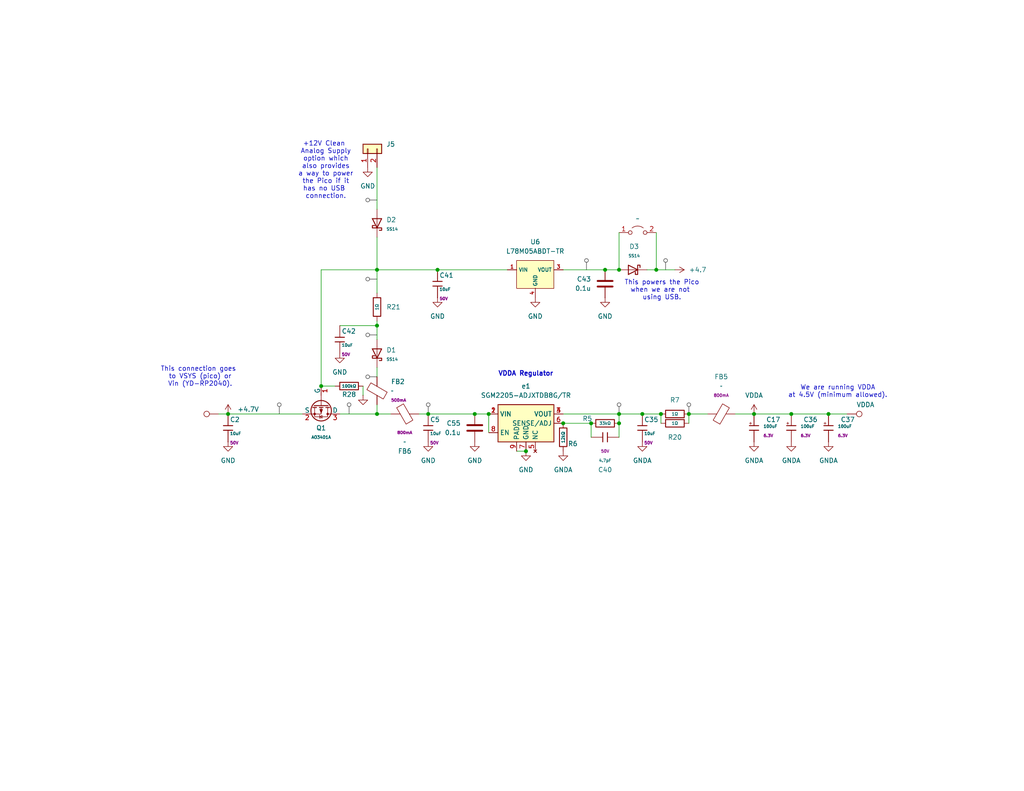
<source format=kicad_sch>
(kicad_sch (version 20250114) (generator "eeschema") (generator_version "9.0")
  (paper "A")
  (lib_symbols
    (symbol "ADP7142AUJZ_1"
      (property "Reference" "e1" (at 0 10.16 0))
      (property "Value" "SGM2205-ADJXTDB8G/TR" (at 0 7.62 0))
      (symbol "ADP7142AUJZ_1_1_1"
        (pin power_in line (at -10.16 2.54 0) (length 2.54) (name "VIN") (number "1"))
        (pin power_in line (at -10.16 2.54 0) (length 2.54) (name "VIN") (number "2"))
        (pin input line (at -10.16 -2.54 0) (length 2.54) (name "EN") (number "8"))
        (pin power_in line (at -2.54 -7.62 90) (length 2.54) (name "PAD") (number "9"))
        (pin passive line (at 0 -7.62 90) (length 2.54) (name "GND") (number "7"))
        (pin no_connect line (at 2.54 -7.62 90) (length 2.54) (name "NC") (number "5"))
        (pin power_out line (at 10.16 2.54 180) (length 2.54) (name "VOUT") (number "3"))
        (pin power_out line (at 10.16 2.54 180) (length 2.54) (name "VOUT") (number "4"))
        (pin input line (at 10.16 0 180) (length 2.54) (name "SENSE/ADJ") (number "6"))
      )
    )
    (symbol "Connector:TestPoint" (pin_numbers (hide yes)) (pin_names (offset 0.762) (hide yes))
      (property "Reference" "TP" (at 0 6.858 0))
      (property "Value" "TestPoint" (at 0 5.08 0))
      (symbol "TestPoint_1_1"
        (pin passive line (at 0 0 90) (length 2.54) (name "1") (number "1"))
      )
    )
    (symbol "Connector_Generic:Conn_01x02" (pin_names (offset 1.016) (hide yes))
      (property "Reference" "J" (at 0 2.54 0))
      (property "Value" "Conn_01x02" (at 0 -5.08 0))
      (symbol "Conn_01x02_1_1"
        (pin passive line (at -5.08 0 0) (length 3.81) (name "Pin_1") (number "1"))
        (pin passive line (at -5.08 -2.54 0) (length 3.81) (name "Pin_2") (number "2"))
      )
    )
    (symbol "Device:C" (pin_numbers (hide yes)) (pin_names (offset 0.254))
      (property "Reference" "C" (at 0.635 2.54 0))
      (property "Value" "C" (at 0.635 -2.54 0))
      (symbol "C_1_1"
        (pin passive line (at 0 3.81 270) (length 2.794) (name "~") (number "1"))
        (pin passive line (at 0 -3.81 90) (length 2.794) (name "~") (number "2"))
      )
    )
    (symbol "GND_1" (power) (pin_numbers (hide yes)) (pin_names (offset 0) (hide yes))
      (property "Value" "GND" (at 0 -3.81 0))
      (symbol "GND_1_1_1"
        (pin power_in line (at 0 0 270) (length 0) (name "~") (number "1"))
      )
    )
    (symbol "Jumper:Jumper_2_Open" (pin_names (offset 0) (hide yes))
      (property "Reference" "JP" (at 0 2.794 0))
      (property "Value" "Jumper_2_Open" (at 0 -2.286 0))
      (symbol "Jumper_2_Open_1_1"
        (pin passive line (at -5.08 0 0) (length 2.54) (name "A") (number "1"))
        (pin passive line (at 5.08 0 180) (length 2.54) (name "B") (number "2"))
      )
    )
    (symbol "LDO, 5V, 0.5A_1"
      (property "Reference" "U1" (at 0 10.16 0))
      (property "Value" "L78M05ABDT-TR" (at 0 7.62 0))
      (symbol "LDO, 5V, 0.5A_1_1_1"
        (pin power_in line (at -7.62 2.54 0) (length 2.56) (name "VIN") (number "1"))
        (pin power_in line (at 0 -5.08 90) (length 2.56) (name "GND") (number "4"))
        (pin power_out line (at 7.62 2.54 180) (length 2.56) (name "VOUT") (number "3"))
      )
    )
    (symbol "PCM_JLCPCB-Capacitors:0603,4.7pF" (pin_numbers (hide yes)) (pin_names (offset 0))
      (property "Reference" "C" (at 2.032 1.668 0))
      (property "Value" "4.7pF" (at 2.032 -0.3782 0))
      (property "Voltage Rated" "50V" (at 2.032 -2.0462 0))
      (symbol "0603,4.7pF_1_1"
        (pin passive line (at 0 3.81 270) (length 3.175) (name "~") (number "1"))
        (pin passive line (at 0 -3.81 90) (length 3.175) (name "~") (number "2"))
      )
    )
    (symbol "PCM_JLCPCB-Capacitors:1206,10uF" (pin_numbers (hide yes)) (pin_names (offset 0))
      (property "Reference" "C" (at 2.032 1.668 0))
      (property "Value" "10uF" (at 2.032 -0.3782 0))
      (property "Voltage Rated" "50V" (at 2.032 -2.0462 0))
      (symbol "1206,10uF_1_1"
        (pin passive line (at 0 3.81 270) (length 3.175) (name "~") (number "1"))
        (pin passive line (at 0 -3.81 90) (length 3.175) (name "~") (number "2"))
      )
    )
    (symbol "PCM_JLCPCB-Capacitors:CASE-B-3528-21(mm),100uF" (pin_numbers (hide yes)) (pin_names (offset 0))
      (property "Reference" "C" (at 2.032 1.668 0))
      (property "Value" "100uF" (at 2.032 -0.3782 0))
      (property "Rated Voltage" "6.3V" (at 2.032 -2.0462 0))
      (symbol "CASE-B-3528-21(mm),100uF_1_1"
        (pin passive line (at 0 3.81 270) (length 3.175) (name "~") (number "1"))
        (pin passive line (at 0 -3.81 90) (length 3.175) (name "~") (number "2"))
      )
    )
    (symbol "PCM_JLCPCB-Diodes:Schottky,SS14" (pin_numbers (hide yes)) (pin_names (offset 0))
      (property "Reference" "D" (at 2.032 0.834 0))
      (property "Value" "SS14" (at 2.032 -1.2122 0))
      (symbol "Schottky,SS14_1_1"
        (pin passive line (at 0 3.81 270) (length 3.81) (name "~") (number "2"))
        (pin passive line (at 0 -3.81 90) (length 3.81) (name "~") (number "1"))
      )
    )
    (symbol "PCM_JLCPCB-Inductors:Ferrite,0805" (pin_numbers (hide yes)) (pin_names (offset 0))
      (property "Reference" "FB" (at 3.4036 1.2508 0))
      (property "Current Rating" "800mA" (at 3.4036 -1.5274 0))
      (symbol "Ferrite,0805_1_1"
        (pin passive line (at 0 3.81 270) (length 2.54) (name "~") (number "1"))
        (pin passive line (at 0 -3.81 90) (length 2.54) (name "~") (number "2"))
      )
    )
    (symbol "PCM_JLCPCB-Inductors:Ferrite,0805,(2)" (pin_numbers (hide yes)) (pin_names (offset 0))
      (property "Reference" "FB" (at 3.4036 1.2508 0))
      (property "Current Rating" "500mA" (at 3.4036 -1.5274 0))
      (symbol "Ferrite,0805,(2)_1_1"
        (pin passive line (at 0 3.81 270) (length 2.54) (name "~") (number "1"))
        (pin passive line (at 0 -3.81 90) (length 2.54) (name "~") (number "2"))
      )
    )
    (symbol "PCM_JLCPCB-Resistors:0805,100kΩ" (pin_numbers (hide yes)) (pin_names (offset 0))
      (property "Reference" "R" (at 1.778 0 0))
      (property "Value" "100kΩ" (at 0 0 90))
      (symbol "0805,100kΩ_1_1"
        (pin passive line (at 0 3.81 270) (length 1.27) (name "~") (number "1"))
        (pin passive line (at 0 -3.81 90) (length 1.27) (name "~") (number "2"))
      )
    )
    (symbol "PCM_JLCPCB-Resistors:0805,12kΩ" (pin_numbers (hide yes)) (pin_names (offset 0))
      (property "Reference" "R" (at 1.778 0 0))
      (property "Value" "12kΩ" (at 0 0 90))
      (symbol "0805,12kΩ_1_1"
        (pin passive line (at 0 3.81 270) (length 1.27) (name "~") (number "1"))
        (pin passive line (at 0 -3.81 90) (length 1.27) (name "~") (number "2"))
      )
    )
    (symbol "PCM_JLCPCB-Resistors:0805,1Ω" (pin_numbers (hide yes)) (pin_names (offset 0))
      (property "Reference" "R" (at 1.778 0 0))
      (property "Value" "1Ω" (at 0 0 90))
      (symbol "0805,1Ω_1_1"
        (pin passive line (at 0 3.81 270) (length 1.27) (name "~") (number "1"))
        (pin passive line (at 0 -3.81 90) (length 1.27) (name "~") (number "2"))
      )
    )
    (symbol "PCM_JLCPCB-Resistors:0805,33kΩ" (pin_numbers (hide yes)) (pin_names (offset 0))
      (property "Reference" "R" (at 1.778 0 0))
      (property "Value" "33kΩ" (at 0 0 90))
      (symbol "0805,33kΩ_1_1"
        (pin passive line (at 0 3.81 270) (length 1.27) (name "~") (number "1"))
        (pin passive line (at 0 -3.81 90) (length 1.27) (name "~") (number "2"))
      )
    )
    (symbol "PCM_JLCPCB-Transistors:PMOS,AO3401A" (pin_names (offset 0))
      (property "Reference" "Q" (at 4.8514 0.834 0))
      (property "Value" "AO3401A" (at 4.8514 -1.2122 0))
      (symbol "PMOS,AO3401A_1_1"
        (pin input line (at -5.08 0 0) (length 2.54) (name "G") (number "1"))
        (pin passive line (at 2.54 5.08 270) (length 2.54) (name "D") (number "3"))
        (pin passive line (at 2.54 -5.08 90) (length 2.54) (name "S") (number "2"))
      )
    )
    (symbol "power:+5V" (power) (pin_names (offset 0))
      (property "Value" "+5V" (at 0 3.556 0))
      (symbol "+5V_1_1"
        (pin power_in line (at 0 0 90) (length 0) (hide yes) (name "+5V") (number "1"))
      )
    )
    (symbol "power:GNDA" (power) (pin_names (offset 0))
      (property "Value" "GNDA" (at 0 -3.81 0))
      (symbol "GNDA_1_1"
        (pin power_in line (at 0 0 270) (length 0) (hide yes) (name "GNDA") (number "1"))
      )
    )
    (symbol "power:VDDA" (power) (pin_names (offset 0))
      (property "Value" "VDDA" (at 0 3.81 0))
      (symbol "VDDA_1_1"
        (pin power_in line (at 0 0 90) (length 0) (hide yes) (name "VDDA") (number "1"))
      )
    )
  )
  (text "VDDA Regulator" (at 135.89 102.87 0) (effects (font (size 1.27 1.27) (bold yes)) (justify left bottom)))
  (text "We are running VDDA\nat 4.5V (minimum allowed)." (at 228.6 106.934 0) (effects (font (size 1.27 1.27))))
  (text "This powers the Pico\nwhen we are not \nusing USB." (at 180.594 79.248 0) (effects (font (size 1.27 1.27))))
  (text "+12V Clean \nAnalog Supply\noption which\nalso provides\na way to power\nthe Pico if it\nhas no USB \nconnection." (at 88.9 46.482 0) (effects (font (size 1.27 1.27))))
  (text "This connection goes \nto VSYS (pico) or\nVin (YD-RP2040)." (at 54.61 102.87 0) (effects (font (size 1.27 1.27))))
  (junction (at 168.91 73.66))
  (junction (at 116.84 113.03))
  (junction (at 102.87 113.03))
  (junction (at 175.26 113.03))
  (junction (at 119.38 73.66))
  (junction (at 87.63 105.41))
  (junction (at 168.91 113.03))
  (junction (at 180.34 113.03))
  (junction (at 133.35 113.03))
  (junction (at 102.87 88.9))
  (junction (at 165.1 73.66))
  (junction (at 143.51 123.19))
  (junction (at 226.06 113.03))
  (junction (at 62.23 113.03))
  (junction (at 205.74 113.03))
  (junction (at 102.87 73.66))
  (junction (at 187.96 113.03))
  (junction (at 161.29 115.57))
  (junction (at 129.54 113.03))
  (junction (at 179.07 73.66))
  (junction (at 215.9 113.03))
  (junction (at 168.91 115.57))
  (junction (at 153.67 115.57))
  (wire (pts (xy 168.91 115.57) (xy 168.91 119.38)))
  (wire (pts (xy 116.84 113.03) (xy 129.54 113.03)))
  (wire (pts (xy 168.91 113.03) (xy 175.26 113.03)))
  (wire (pts (xy 129.54 113.03) (xy 133.35 113.03)))
  (wire (pts (xy 176.53 73.66) (xy 179.07 73.66)))
  (wire (pts (xy 114.3 113.03) (xy 116.84 113.03)))
  (wire (pts (xy 102.87 113.03) (xy 106.68 113.03)))
  (wire (pts (xy 179.07 73.66) (xy 184.15 73.66)))
  (wire (pts (xy 102.87 64.77) (xy 102.87 73.66)))
  (wire (pts (xy 62.23 113.03) (xy 82.55 113.03)))
  (wire (pts (xy 119.38 73.66) (xy 138.43 73.66)))
  (wire (pts (xy 119.38 73.66) (xy 102.87 73.66)))
  (wire (pts (xy 215.9 113.03) (xy 226.06 113.03)))
  (wire (pts (xy 226.06 113.03) (xy 231.14 113.03)))
  (wire (pts (xy 153.67 113.03) (xy 168.91 113.03)))
  (wire (pts (xy 133.35 113.03) (xy 133.35 118.11)))
  (wire (pts (xy 153.67 73.66) (xy 165.1 73.66)))
  (wire (pts (xy 215.9 113.03) (xy 205.74 113.03)))
  (wire (pts (xy 102.87 100.33) (xy 102.87 102.87)))
  (wire (pts (xy 102.87 73.66) (xy 102.87 80.01)))
  (wire (pts (xy 180.34 113.03) (xy 180.34 115.57)))
  (wire (pts (xy 102.87 87.63) (xy 102.87 88.9)))
  (wire (pts (xy 102.87 45.72) (xy 102.87 57.15)))
  (wire (pts (xy 165.1 73.66) (xy 168.91 73.66)))
  (wire (pts (xy 200.66 113.03) (xy 205.74 113.03)))
  (wire (pts (xy 87.63 73.66) (xy 87.63 105.41)))
  (wire (pts (xy 92.71 88.9) (xy 102.87 88.9)))
  (wire (pts (xy 87.63 73.66) (xy 102.87 73.66)))
  (wire (pts (xy 87.63 105.41) (xy 91.44 105.41)))
  (wire (pts (xy 168.91 113.03) (xy 168.91 115.57)))
  (wire (pts (xy 153.67 115.57) (xy 161.29 115.57)))
  (wire (pts (xy 161.29 115.57) (xy 161.29 119.38)))
  (wire (pts (xy 102.87 88.9) (xy 102.87 92.71)))
  (wire (pts (xy 140.97 123.19) (xy 143.51 123.19)))
  (wire (pts (xy 59.69 113.03) (xy 62.23 113.03)))
  (wire (pts (xy 175.26 113.03) (xy 180.34 113.03)))
  (wire (pts (xy 187.96 113.03) (xy 187.96 115.57)))
  (wire (pts (xy 92.71 113.03) (xy 102.87 113.03)))
  (wire (pts (xy 102.87 110.49) (xy 102.87 113.03)))
  (wire (pts (xy 99.06 105.41) (xy 99.06 107.95)))
  (wire (pts (xy 187.96 113.03) (xy 193.04 113.03)))
  (wire (pts (xy 168.91 63.5) (xy 168.91 73.66)))
  (wire (pts (xy 179.07 63.5) (xy 179.07 73.66)))
  (netclass_flag "" (length 2.54) (shape round) (at 168.91 113.03 0) (property "Netclass" "5V" (effects (hide yes))))
  (netclass_flag "" (length 2.54) (shape round) (at 187.96 113.03 0) (property "Netclass" "5V" (effects (hide yes))))
  (netclass_flag "" (length 2.54) (shape round) (at 95.25 113.03 0) (property "Netclass" "5V" (effects (hide yes))))
  (netclass_flag "" (length 2.54) (shape round) (at 181.61 73.66 0) (property "Netclass" "5V" (effects (hide yes))))
  (netclass_flag "" (length 2.54) (shape round) (at 76.2 113.03 0) (property "Netclass" "5V" (effects (hide yes))))
  (netclass_flag "" (length 2.54) (shape round) (at 102.87 102.87 90) (property "Netclass" "5V" (effects (hide yes))))
  (netclass_flag "" (length 2.54) (shape round) (at 102.87 76.2 90) (property "Netclass" "5V" (effects (hide yes))))
  (netclass_flag "" (length 2.54) (shape round) (at 102.87 54.61 90) (property "Netclass" "5V" (effects (hide yes))))
  (netclass_flag "" (length 2.54) (shape round) (at 102.87 91.44 90) (property "Netclass" "5V" (effects (hide yes))))
  (netclass_flag "" (length 2.54) (shape round) (at 116.84 113.03 0) (property "Netclass" "5V" (effects (hide yes))))
  (netclass_flag "" (length 2.54) (shape round) (at 160.02 73.66 0) (property "Netclass" "5V" (effects (hide yes))))
  (symbol (lib_id "Connector:TestPoint") (at 59.69 113.03 90) (unit 1)
    (property "Reference" "TP25" (effects (hide yes)))
    (property "Value" "+5" (effects (hide yes)))
    (property "Footprint" "TestPoint:TestPoint_THTPad_D1.5mm_Drill0.7mm" (effects (hide yes)))
  )
  (symbol (lib_id "PCM_JLCPCB-Resistors:0805,33kΩ") (at 165.1 115.57 90) (unit 1)
    (property "Reference" "R5" (at 160.274 114.3 90))
    (property "Value" "33kΩ" (at 165.1 115.57 90) (effects (font (size 0.8 0.8))))
    (property "Footprint" "PCM_JLCPCB:R_0805" (effects (hide yes)))
    (property "Datasheet" "https://www.lcsc.com/datasheet/lcsc_datasheet_2205311830_UNI-ROYAL-Uniroyal-Elec-0805W8F3302T5E_C17633.pdf" (effects (hide yes)))
    (property "Description" "125mW Thick Film Resistors 150V ±100ppm/°C ±1% 33kΩ 0805 Chip Resistor - Surface Mount ROHS" (effects (hide yes)))
    (property "LCSC" "C17633" (effects (hide yes)))
    (property "Stock" "342884" (effects (hide yes)))
    (property "Price" "0.005USD" (effects (hide yes)))
    (property "Process" "SMT" (effects (hide yes)))
    (property "Minimum Qty" "20" (effects (hide yes)))
    (property "Attrition Qty" "10" (effects (hide yes)))
    (property "Class" "Basic Component" (effects (hide yes)))
    (property "Category" "Resistors,Chip Resistor - Surface Mount" (effects (hide yes)))
    (property "Manufacturer" "UNI-ROYAL(Uniroyal Elec)" (effects (hide yes)))
    (property "Part" "0805W8F3302T5E" (effects (hide yes)))
    (property "Resistance" "33kΩ" (effects (hide yes)))
    (property "Power(Watts)" "125mW" (effects (hide yes)))
    (property "Type" "Thick Film Resistors" (effects (hide yes)))
    (property "Overload Voltage (Max)" "150V" (effects (hide yes)))
    (property "Operating Temperature Range" "-55°C~+155°C" (effects (hide yes)))
    (property "Tolerance" "±1%" (effects (hide yes)))
    (property "Temperature Coefficient" "±100ppm/°C" (effects (hide yes)))
  )
  (symbol (lib_id "PCM_JLCPCB-Resistors:0805,1Ω") (at 184.15 115.57 90) (mirror x) (unit 1)
    (property "Reference" "R20" (at 184.15 119.38 90))
    (property "Value" "1Ω" (at 184.15 115.57 90) (effects (font (size 0.8 0.8))))
    (property "Footprint" "PCM_JLCPCB:R_0805" (effects (hide yes)))
    (property "Datasheet" "https://www.lcsc.com/datasheet/lcsc_datasheet_2205311845_UNI-ROYAL-Uniroyal-Elec-0805W8F100KT5E_C25271.pdf" (effects (hide yes)))
    (property "Description" "125mW Thick Film Resistors 150V ±1% ±400ppm/°C 1Ω 0805 Chip Resistor - Surface Mount ROHS" (effects (hide yes)))
    (property "LCSC" "C25271" (effects (hide yes)))
    (property "Stock" "413540" (effects (hide yes)))
    (property "Price" "0.006USD" (effects (hide yes)))
    (property "Process" "SMT" (effects (hide yes)))
    (property "Minimum Qty" "20" (effects (hide yes)))
    (property "Attrition Qty" "10" (effects (hide yes)))
    (property "Class" "Basic Component" (effects (hide yes)))
    (property "Category" "Resistors,Chip Resistor - Surface Mount" (effects (hide yes)))
    (property "Manufacturer" "UNI-ROYAL(Uniroyal Elec)" (effects (hide yes)))
    (property "Part" "0805W8F100KT5E" (effects (hide yes)))
    (property "Resistance" "1Ω" (effects (hide yes)))
    (property "Power(Watts)" "125mW" (effects (hide yes)))
    (property "Type" "Thick Film Resistors" (effects (hide yes)))
    (property "Overload Voltage (Max)" "150V" (effects (hide yes)))
    (property "Operating Temperature Range" "-55°C~+155°C" (effects (hide yes)))
    (property "Tolerance" "±1%" (effects (hide yes)))
    (property "Temperature Coefficient" "±400ppm/°C" (effects (hide yes)))
  )
  (symbol (lib_id "PCM_JLCPCB-Resistors:0805,100kΩ") (at 95.25 105.41 90) (unit 1)
    (property "Reference" "R28" (at 95.25 107.696 90))
    (property "Value" "100kΩ" (at 95.25 105.41 90) (effects (font (size 0.8 0.8))))
    (property "Footprint" "PCM_JLCPCB:R_0805" (effects (hide yes)))
    (property "Datasheet" "https://www.lcsc.com/datasheet/lcsc_datasheet_2205312316_UNI-ROYAL-Uniroyal-Elec-0805W8F1003T5E_C149504.pdf" (effects (hide yes)))
    (property "Description" "125mW Thick Film Resistors 150V ±100ppm/°C ±1% 100kΩ 0805 Chip Resistor - Surface Mount ROHS" (effects (hide yes)))
    (property "LCSC" "C149504" (effects (hide yes)))
    (property "Stock" "3946237" (effects (hide yes)))
    (property "Price" "0.005USD" (effects (hide yes)))
    (property "Process" "SMT" (effects (hide yes)))
    (property "Minimum Qty" "20" (effects (hide yes)))
    (property "Attrition Qty" "10" (effects (hide yes)))
    (property "Class" "Basic Component" (effects (hide yes)))
    (property "Category" "Resistors,Chip Resistor - Surface Mount" (effects (hide yes)))
    (property "Manufacturer" "UNI-ROYAL(Uniroyal Elec)" (effects (hide yes)))
    (property "Part" "0805W8F1003T5E" (effects (hide yes)))
    (property "Resistance" "100kΩ" (effects (hide yes)))
    (property "Power(Watts)" "125mW" (effects (hide yes)))
    (property "Type" "Thick Film Resistors" (effects (hide yes)))
    (property "Overload Voltage (Max)" "150V" (effects (hide yes)))
    (property "Operating Temperature Range" "-55°C~+155°C" (effects (hide yes)))
    (property "Tolerance" "±1%" (effects (hide yes)))
    (property "Temperature Coefficient" "±100ppm/°C" (effects (hide yes)))
  )
  (symbol (lib_id "PCM_JLCPCB-Resistors:0805,1Ω") (at 102.87 83.82 180) (unit 1)
    (property "Reference" "R21" (at 105.41 83.8199 0) (effects (justify right)))
    (property "Value" "1Ω" (at 102.87 83.82 90) (effects (font (size 0.8 0.8))))
    (property "Footprint" "PCM_JLCPCB:R_0805" (effects (hide yes)))
    (property "Datasheet" "https://www.lcsc.com/datasheet/lcsc_datasheet_2205311845_UNI-ROYAL-Uniroyal-Elec-0805W8F100KT5E_C25271.pdf" (effects (hide yes)))
    (property "Description" "125mW Thick Film Resistors 150V ±1% ±400ppm/°C 1Ω 0805 Chip Resistor - Surface Mount ROHS" (effects (hide yes)))
    (property "LCSC" "C25271" (effects (hide yes)))
    (property "Stock" "413540" (effects (hide yes)))
    (property "Price" "0.006USD" (effects (hide yes)))
    (property "Process" "SMT" (effects (hide yes)))
    (property "Minimum Qty" "20" (effects (hide yes)))
    (property "Attrition Qty" "10" (effects (hide yes)))
    (property "Class" "Basic Component" (effects (hide yes)))
    (property "Category" "Resistors,Chip Resistor - Surface Mount" (effects (hide yes)))
    (property "Manufacturer" "UNI-ROYAL(Uniroyal Elec)" (effects (hide yes)))
    (property "Part" "0805W8F100KT5E" (effects (hide yes)))
    (property "Resistance" "1Ω" (effects (hide yes)))
    (property "Power(Watts)" "125mW" (effects (hide yes)))
    (property "Type" "Thick Film Resistors" (effects (hide yes)))
    (property "Overload Voltage (Max)" "150V" (effects (hide yes)))
    (property "Operating Temperature Range" "-55°C~+155°C" (effects (hide yes)))
    (property "Tolerance" "±1%" (effects (hide yes)))
    (property "Temperature Coefficient" "±400ppm/°C" (effects (hide yes)))
  )
  (symbol (lib_id "Jumper:Jumper_2_Open") (at 173.99 63.5 0) (unit 1)
    (property "Reference" "JP2" (effects (hide yes)))
    (property "Value" "~" (at 173.99 59.69 0))
    (property "Footprint" "Jumper:SolderJumper-2_P1.3mm_Open_RoundedPad1.0x1.5mm" (effects (hide yes)))
  )
  (symbol (lib_name "GND_1") (lib_id "power:GND") (at 116.84 120.65 0) (unit 1)
    (property "Reference" "#PWR056" (effects (hide yes)))
    (property "Value" "GND" (at 116.84 125.73 0))
  )
  (symbol (lib_name "GND_1") (lib_id "power:GND") (at 119.38 81.28 0) (unit 1)
    (property "Reference" "#PWR057" (effects (hide yes)))
    (property "Value" "GND" (at 119.38 86.36 0))
  )
  (symbol (lib_id "PCM_JLCPCB-Resistors:0805,12kΩ") (at 153.67 119.38 0) (unit 1)
    (property "Reference" "R6" (at 154.94 121.158 0) (effects (justify left)))
    (property "Value" "12kΩ" (at 153.67 119.38 90) (effects (font (size 0.8 0.8))))
    (property "Footprint" "PCM_JLCPCB:R_0805" (effects (hide yes)))
    (property "Datasheet" "https://www.lcsc.com/datasheet/lcsc_datasheet_2206010216_UNI-ROYAL-Uniroyal-Elec-0805W8F1202T5E_C17444.pdf" (effects (hide yes)))
    (property "Description" "125mW Thick Film Resistors 150V ±100ppm/°C ±1% 12kΩ 0805 Chip Resistor - Surface Mount ROHS" (effects (hide yes)))
    (property "LCSC" "C17444" (effects (hide yes)))
    (property "Stock" "204708" (effects (hide yes)))
    (property "Price" "0.005USD" (effects (hide yes)))
    (property "Process" "SMT" (effects (hide yes)))
    (property "Minimum Qty" "20" (effects (hide yes)))
    (property "Attrition Qty" "10" (effects (hide yes)))
    (property "Class" "Basic Component" (effects (hide yes)))
    (property "Category" "Resistors,Chip Resistor - Surface Mount" (effects (hide yes)))
    (property "Manufacturer" "UNI-ROYAL(Uniroyal Elec)" (effects (hide yes)))
    (property "Part" "0805W8F1202T5E" (effects (hide yes)))
    (property "Resistance" "12kΩ" (effects (hide yes)))
    (property "Power(Watts)" "125mW" (effects (hide yes)))
    (property "Type" "Thick Film Resistors" (effects (hide yes)))
    (property "Overload Voltage (Max)" "150V" (effects (hide yes)))
    (property "Operating Temperature Range" "-55°C~+155°C" (effects (hide yes)))
    (property "Tolerance" "±1%" (effects (hide yes)))
    (property "Temperature Coefficient" "±100ppm/°C" (effects (hide yes)))
  )
  (symbol (lib_id "Device:C") (at 165.1 77.47 0) (mirror y) (unit 1)
    (property "Reference" "C43" (at 161.29 76.2 0) (effects (justify left)))
    (property "Value" "0.1u" (at 161.29 78.74 0) (effects (justify left)))
    (property "Footprint" "Capacitor_SMD:C_0805_2012Metric" (effects (hide yes)))
    (property "Datasheet" "https://datasheet.lcsc.com/lcsc/2304140030_YAGEO-CC0805KRX7R9BB104_C49678.pdf" (effects (hide yes)))
    (property "LCSC" "C49678" (effects (hide yes)))
  )
  (symbol (lib_id "PCM_JLCPCB-Capacitors:1206,10uF") (at 62.23 116.84 0) (unit 1)
    (property "Reference" "C2" (at 62.738 114.554 0) (effects (justify left)))
    (property "Value" "10uF" (at 62.738 118.364 0) (effects (font (size 0.8 0.8)) (justify left)))
    (property "Footprint" "PCM_JLCPCB:C_1206" (effects (hide yes)))
    (property "Datasheet" "https://www.lcsc.com/datasheet/lcsc_datasheet_2304140030_Samsung-Electro-Mechanics-CL31A106KBHNNNE_C13585.pdf" (effects (hide yes)))
    (property "Description" "50V 10uF X5R ±10% 1206 Multilayer Ceramic Capacitors MLCC - SMD/SMT ROHS" (effects (hide yes)))
    (property "LCSC" "C13585" (effects (hide yes)))
    (property "Stock" "3698334" (effects (hide yes)))
    (property "Price" "0.035USD" (effects (hide yes)))
    (property "Process" "SMT" (effects (hide yes)))
    (property "Minimum Qty" "5" (effects (hide yes)))
    (property "Attrition Qty" "4" (effects (hide yes)))
    (property "Class" "Basic Component" (effects (hide yes)))
    (property "Category" "Capacitors,Multilayer Ceramic Capacitors MLCC - SMD/SMT" (effects (hide yes)))
    (property "Manufacturer" "Samsung Electro-Mechanics" (effects (hide yes)))
    (property "Part" "CL31A106KBHNNNE" (effects (hide yes)))
    (property "Voltage Rated" "50V" (at 62.738 120.904 0) (effects (font (size 0.8 0.8)) (justify left)))
    (property "Tolerance" "±10%" (effects (hide yes)))
    (property "Capacitance" "10uF" (effects (hide yes)))
    (property "Temperature Coefficient" "X5R" (effects (hide yes)))
  )
  (symbol (lib_id "PCM_JLCPCB-Capacitors:1206,10uF") (at 175.26 116.84 0) (unit 1)
    (property "Reference" "C35" (at 175.768 114.554 0) (effects (justify left)))
    (property "Value" "10uF" (at 175.768 118.364 0) (effects (font (size 0.8 0.8)) (justify left)))
    (property "Footprint" "PCM_JLCPCB:C_1206" (effects (hide yes)))
    (property "Datasheet" "https://www.lcsc.com/datasheet/lcsc_datasheet_2304140030_Samsung-Electro-Mechanics-CL31A106KBHNNNE_C13585.pdf" (effects (hide yes)))
    (property "Description" "50V 10uF X5R ±10% 1206 Multilayer Ceramic Capacitors MLCC - SMD/SMT ROHS" (effects (hide yes)))
    (property "LCSC" "C13585" (effects (hide yes)))
    (property "Stock" "3698334" (effects (hide yes)))
    (property "Price" "0.035USD" (effects (hide yes)))
    (property "Process" "SMT" (effects (hide yes)))
    (property "Minimum Qty" "5" (effects (hide yes)))
    (property "Attrition Qty" "4" (effects (hide yes)))
    (property "Class" "Basic Component" (effects (hide yes)))
    (property "Category" "Capacitors,Multilayer Ceramic Capacitors MLCC - SMD/SMT" (effects (hide yes)))
    (property "Manufacturer" "Samsung Electro-Mechanics" (effects (hide yes)))
    (property "Part" "CL31A106KBHNNNE" (effects (hide yes)))
    (property "Voltage Rated" "50V" (at 175.768 120.904 0) (effects (font (size 0.8 0.8)) (justify left)))
    (property "Tolerance" "±10%" (effects (hide yes)))
    (property "Capacitance" "10uF" (effects (hide yes)))
    (property "Temperature Coefficient" "X5R" (effects (hide yes)))
  )
  (symbol (lib_id "power:GNDA") (at 226.06 120.65 0) (unit 1)
    (property "Reference" "#PWR068" (effects (hide yes)))
    (property "Value" "GNDA" (at 226.06 125.73 0))
  )
  (symbol (lib_id "PCM_JLCPCB-Inductors:Ferrite,0805") (at 110.49 113.03 90) (mirror x) (unit 1)
    (property "Reference" "FB6" (at 110.4392 123.19 90))
    (property "Value" "~" (at 110.4392 120.65 90) (effects (font (size 0.8 0.8))))
    (property "Footprint" "PCM_JLCPCB:FB_0805" (effects (hide yes)))
    (property "Datasheet" "https://www.lcsc.com/datasheet/lcsc_datasheet_2310301640_Sunlord-GZ2012D101TF_C1015.pdf" (effects (hide yes)))
    (property "Description" "±25% 100Ω@100MHz 0805 Ferrite Beads ROHS" (effects (hide yes)))
    (property "LCSC" "C1015" (effects (hide yes)))
    (property "Stock" "196104" (effects (hide yes)))
    (property "Price" "0.017USD" (effects (hide yes)))
    (property "Process" "SMT" (effects (hide yes)))
    (property "Minimum Qty" "20" (effects (hide yes)))
    (property "Attrition Qty" "10" (effects (hide yes)))
    (property "Class" "Basic Component" (effects (hide yes)))
    (property "Category" "Filters/EMI Optimization,Ferrite Beads" (effects (hide yes)))
    (property "Manufacturer" "Sunlord" (effects (hide yes)))
    (property "Part" "GZ2012D101TF" (effects (hide yes)))
    (property "Impedance @ Frequency" "100Ω@100MHz" (effects (hide yes)))
    (property "Circuits" "1" (effects (hide yes)))
    (property "Current Rating" "800mA" (at 110.4392 118.11 90) (effects (font (size 0.8 0.8))))
    (property "Tolerance" "±25%" (effects (hide yes)))
  )
  (symbol (lib_name "GND_1") (lib_id "power:GND") (at 100.33 45.72 0) (unit 1)
    (property "Reference" "#PWR055" (effects (hide yes)))
    (property "Value" "GND" (at 100.33 50.8 0))
  )
  (symbol (lib_name "LDO, 5V, 0.5A_1") (lib_id "PCM_JLCPCB-Power:LDO, 5V, 0.5A") (at 146.05 76.2 0) (unit 1)
    (property "Reference" "U6" (at 146.05 66.04 0))
    (property "Value" "L78M05ABDT-TR" (at 146.05 68.58 0))
    (property "Footprint" "PCM_JLCPCB:TO-252-2_L6.5-W6.1-P4.58-LS10.0-TL" (effects (hide yes)))
    (property "Datasheet" "https://www.lcsc.com/datasheet/lcsc_datasheet_2307281528_STMicroelectronics-L78M05ABDT-TR_C58069.pdf" (effects (hide yes)))
    (property "Description" "62dB@(120Hz) 500mA Fixed 5V Positive electrode 35V TO-252-2(DPAK) Voltage Regulators - Linear, Low Drop Out (LDO) Regulators ROHS" (effects (hide yes)))
    (property "LCSC" "C58069" (effects (hide yes)))
    (property "Stock" "162133" (effects (hide yes)))
    (property "Price" "0.127USD" (effects (hide yes)))
    (property "Process" "SMT" (effects (hide yes)))
    (property "Minimum Qty" "2" (effects (hide yes)))
    (property "Attrition Qty" "0" (effects (hide yes)))
    (property "Class" "Basic Component" (effects (hide yes)))
    (property "Category" "Power Management ICs,Linear Voltage Regulators (LDO)" (effects (hide yes)))
    (property "Manufacturer" "STMicroelectronics" (effects (hide yes)))
    (property "Part" "L78M05ABDT-TR" (effects (hide yes)))
    (property "Number Of Outputs" "1" (effects (hide yes)))
    (property "Output Voltage" "5V" (effects (hide yes)))
    (property "Quiescent Current (Ground Current)" "6mA" (effects (hide yes)))
    (property "Output Current" "500mA" (effects (hide yes)))
    (property "Output Type" "Fixed" (effects (hide yes)))
    (property "Maximum Input Voltage" "35V" (effects (hide yes)))
    (property "Output Polarity" "Positive electrode" (effects (hide yes)))
    (property "Operating Temperature" "-40°C~+125°C" (effects (hide yes)))
    (property "Power Supply Rejection Ratio (Psrr)" "62dB@(120Hz)" (effects (hide yes)))
    (property "Feature" "Overcurrent Protection(OCP);Thermal Protection(TSD);Short-Circuit  Protection" (effects (hide yes)))
    (property "Standby Current" "6mA" (effects (hide yes)))
  )
  (symbol (lib_id "power:GNDA") (at 175.26 120.65 0) (unit 1)
    (property "Reference" "#PWR063" (effects (hide yes)))
    (property "Value" "GNDA" (at 175.26 125.73 0))
  )
  (symbol (lib_id "PCM_JLCPCB-Resistors:0805,1Ω") (at 184.15 113.03 90) (unit 1)
    (property "Reference" "R7" (at 184.15 109.22 90))
    (property "Value" "1Ω" (at 184.15 113.03 90) (effects (font (size 0.8 0.8))))
    (property "Footprint" "PCM_JLCPCB:R_0805" (effects (hide yes)))
    (property "Datasheet" "https://www.lcsc.com/datasheet/lcsc_datasheet_2205311845_UNI-ROYAL-Uniroyal-Elec-0805W8F100KT5E_C25271.pdf" (effects (hide yes)))
    (property "Description" "125mW Thick Film Resistors 150V ±1% ±400ppm/°C 1Ω 0805 Chip Resistor - Surface Mount ROHS" (effects (hide yes)))
    (property "LCSC" "C25271" (effects (hide yes)))
    (property "Stock" "413540" (effects (hide yes)))
    (property "Price" "0.006USD" (effects (hide yes)))
    (property "Process" "SMT" (effects (hide yes)))
    (property "Minimum Qty" "20" (effects (hide yes)))
    (property "Attrition Qty" "10" (effects (hide yes)))
    (property "Class" "Basic Component" (effects (hide yes)))
    (property "Category" "Resistors,Chip Resistor - Surface Mount" (effects (hide yes)))
    (property "Manufacturer" "UNI-ROYAL(Uniroyal Elec)" (effects (hide yes)))
    (property "Part" "0805W8F100KT5E" (effects (hide yes)))
    (property "Resistance" "1Ω" (effects (hide yes)))
    (property "Power(Watts)" "125mW" (effects (hide yes)))
    (property "Type" "Thick Film Resistors" (effects (hide yes)))
    (property "Overload Voltage (Max)" "150V" (effects (hide yes)))
    (property "Operating Temperature Range" "-55°C~+155°C" (effects (hide yes)))
    (property "Tolerance" "±1%" (effects (hide yes)))
    (property "Temperature Coefficient" "±400ppm/°C" (effects (hide yes)))
  )
  (symbol (lib_id "Connector:TestPoint") (at 231.14 113.03 270) (unit 1)
    (property "Reference" "TP26" (effects (hide yes)))
    (property "Value" "VDDA" (at 233.68 110.49 90) (effects (justify left)))
    (property "Footprint" "TestPoint:TestPoint_THTPad_D1.5mm_Drill0.7mm" (effects (hide yes)))
  )
  (symbol (lib_name "GND_1") (lib_id "power:GND") (at 129.54 120.65 0) (unit 1)
    (property "Reference" "#PWR058" (effects (hide yes)))
    (property "Value" "GND" (at 129.54 125.73 0))
  )
  (symbol (lib_name "ADP7142AUJZ_1") (lib_id "Regulator_Linear:ADP7142AUJZ") (at 143.51 115.57 0) (unit 1)
    (property "Reference" "e1" (at 143.51 105.41 0))
    (property "Value" "SGM2205-ADJXTDB8G/TR" (at 143.51 107.95 0))
    (property "Footprint" "Package_DFN_QFN:DFN-8-1EP_3x3mm_P0.65mm_EP1.55x2.4mm" (effects (hide yes)))
    (property "Datasheet" "https://jlcpcb.com/api/file/downloadByFileSystemAccessId/8590903048351141888" (effects (hide yes)))
    (property "Description" "300mA, Low Noise,  Low Dropout Regulator, Positive, Adjustable, TSOT-23-5" (effects (hide yes)))
    (property "LCSC" "C5152847" (effects (hide yes)))
  )
  (symbol (lib_id "PCM_JLCPCB-Transistors:PMOS,AO3401A") (at 87.63 110.49 270) (unit 1)
    (property "Reference" "Q1" (at 87.63 116.84 90))
    (property "Value" "AO3401A" (at 87.63 119.38 90) (effects (font (size 0.8 0.8))))
    (property "Footprint" "PCM_JLCPCB:Q_SOT-23" (effects (hide yes)))
    (property "Datasheet" "https://www.lcsc.com/datasheet/lcsc_datasheet_2412061733_Alpha---Omega-Semicon-AO3401A_C15127.pdf" (effects (hide yes)))
    (property "Description" "30V 4A 44mΩ@10V,4.3A 1.4W 1.3V@250uA 1 Piece P-Channel SOT-23 MOSFETs ROHS" (effects (hide yes)))
    (property "LCSC" "C15127" (effects (hide yes)))
    (property "Stock" "443240" (effects (hide yes)))
    (property "Price" "0.061USD" (effects (hide yes)))
    (property "Process" "SMT" (effects (hide yes)))
    (property "Minimum Qty" "5" (effects (hide yes)))
    (property "Attrition Qty" "4" (effects (hide yes)))
    (property "Class" "Basic Component" (effects (hide yes)))
    (property "Category" "Transistors,MOSFETs" (effects (hide yes)))
    (property "Manufacturer" "Alpha & Omega Semicon" (effects (hide yes)))
    (property "Part" "AO3401A" (effects (hide yes)))
    (property "Continuous Drain Current (Id)" "4A" (effects (hide yes)))
    (property "Input Capacitance (Ciss@Vds)" "1.2nF@15V" (effects (hide yes)))
    (property "Operating Temperature" "-55°C~+150°C@(Tj)" (effects (hide yes)))
    (property "Type" "1 Piece P-Channel" (effects (hide yes)))
    (property "Drain Source Voltage (Vdss)" "30V" (effects (hide yes)))
    (property "Power Dissipation (Pd)" "1.4W" (effects (hide yes)))
    (property "Gate Threshold Voltage (Vgs(th)@Id)" "1.3V@250uA" (effects (hide yes)))
    (property "Drain Source On Resistance (RDS(on)@Vgs,Id)" "44mΩ@10V,4.3A" (effects (hide yes)))
    (property "Total Gate Charge (Qg@Vgs)" "12.2nC@4.5V" (effects (hide yes)))
  )
  (symbol (lib_id "Device:C") (at 129.54 116.84 0) (mirror y) (unit 1)
    (property "Reference" "C55" (at 125.73 115.57 0) (effects (justify left)))
    (property "Value" "0.1u" (at 125.73 118.11 0) (effects (justify left)))
    (property "Footprint" "Capacitor_SMD:C_0805_2012Metric" (effects (hide yes)))
    (property "Datasheet" "https://datasheet.lcsc.com/lcsc/2304140030_YAGEO-CC0805KRX7R9BB104_C49678.pdf" (effects (hide yes)))
    (property "LCSC" "C49678" (effects (hide yes)))
  )
  (symbol (lib_id "PCM_JLCPCB-Diodes:Schottky,SS14") (at 102.87 60.96 0) (unit 1)
    (property "Reference" "D2" (at 105.41 60.0074 0) (effects (justify left)))
    (property "Value" "SS14" (at 105.41 62.5475 0) (effects (font (size 0.8 0.8)) (justify left)))
    (property "Footprint" "PCM_JLCPCB:D_SMA" (effects (hide yes)))
    (property "Datasheet" "https://www.lcsc.com/datasheet/lcsc_datasheet_2407101109_MDD-Microdiode-Semiconductor-SS14_C2480.pdf" (effects (hide yes)))
    (property "Description" "40V Independent Type 1A 550mV@1A SMA(DO-214AC) Schottky Diodes ROHS" (effects (hide yes)))
    (property "LCSC" "C2480" (effects (hide yes)))
    (property "Stock" "1115112" (effects (hide yes)))
    (property "Price" "0.018USD" (effects (hide yes)))
    (property "Process" "SMT" (effects (hide yes)))
    (property "Minimum Qty" "5" (effects (hide yes)))
    (property "Attrition Qty" "10" (effects (hide yes)))
    (property "Class" "Basic Component" (effects (hide yes)))
    (property "Category" "Diodes,Schottky Barrier Diodes (SBD)" (effects (hide yes)))
    (property "Manufacturer" "MDD（Microdiode Electronics）" (effects (hide yes)))
    (property "Part" "SS14" (effects (hide yes)))
    (property "Rectified Current" "1A" (effects (hide yes)))
    (property "Forward Voltage (Vf@If)" "550mV@1A" (effects (hide yes)))
    (property "Reverse Voltage (Vr)" "40V" (effects (hide yes)))
    (property "Diode Configuration" "Independent Type" (effects (hide yes)))
    (property "Reverse Leakage Current (Ir)" "300uA@40V" (effects (hide yes)))
  )
  (symbol (lib_id "power:GNDA") (at 205.74 120.65 0) (unit 1)
    (property "Reference" "#PWR066" (effects (hide yes)))
    (property "Value" "GNDA" (at 205.74 125.73 0))
  )
  (symbol (lib_id "PCM_JLCPCB-Capacitors:0603,4.7pF") (at 165.1 119.38 270) (mirror x) (unit 1)
    (property "Reference" "C40" (at 165.1 128.27 90))
    (property "Value" "4.7pF" (at 165.1 125.73 90) (effects (font (size 0.8 0.8))))
    (property "Footprint" "PCM_JLCPCB:C_0603" (effects (hide yes)))
    (property "Datasheet" "https://www.lcsc.com/datasheet/lcsc_datasheet_2304140030_FH--Guangdong-Fenghua-Advanced-Tech-0603CG4R7C500NT_C1669.pdf" (effects (hide yes)))
    (property "Description" "50V 4.7pF C0G 0603 Multilayer Ceramic Capacitors MLCC - SMD/SMT ROHS" (effects (hide yes)))
    (property "LCSC" "C1669" (effects (hide yes)))
    (property "Stock" "204968" (effects (hide yes)))
    (property "Price" "0.006USD" (effects (hide yes)))
    (property "Process" "SMT" (effects (hide yes)))
    (property "Minimum Qty" "20" (effects (hide yes)))
    (property "Attrition Qty" "10" (effects (hide yes)))
    (property "Class" "Preferred Component" (effects (hide yes)))
    (property "Category" "Capacitors,Multilayer Ceramic Capacitors MLCC - SMD/SMT" (effects (hide yes)))
    (property "Manufacturer" "FH(Guangdong Fenghua Advanced Tech)" (effects (hide yes)))
    (property "Part" "0603CG4R7C500NT" (effects (hide yes)))
    (property "Voltage Rated" "50V" (at 165.1 123.19 90) (effects (font (size 0.8 0.8))))
    (property "Capacitance" "4.7pF" (effects (hide yes)))
    (property "Temperature Coefficient" "C0G" (effects (hide yes)))
  )
  (symbol (lib_id "PCM_JLCPCB-Capacitors:CASE-B-3528-21(mm),100uF") (at 205.74 116.84 0) (unit 1)
    (property "Reference" "C17" (at 209.042 114.554 0) (effects (justify left)))
    (property "Value" "100uF" (at 208.28 116.3955 0) (effects (font (size 0.8 0.8)) (justify left)))
    (property "Footprint" "PCM_JLCPCB:C_CASE-B-3528-21(mm)" (effects (hide yes)))
    (property "Datasheet" "https://www.lcsc.com/datasheet/lcsc_datasheet_2111161030_Kyocera-AVX-TAJB107K006RNJ_C16133.pdf" (effects (hide yes)))
    (property "Description" "100uF 6.3V 1.7Ω@100kHz ±10% CASE-B-3528-21(mm) Tantalum Capacitors ROHS" (effects (hide yes)))
    (property "LCSC" "C16133" (effects (hide yes)))
    (property "Stock" "294947" (effects (hide yes)))
    (property "Price" "0.161USD" (effects (hide yes)))
    (property "Process" "SMT" (effects (hide yes)))
    (property "Minimum Qty" "5" (effects (hide yes)))
    (property "Attrition Qty" "2" (effects (hide yes)))
    (property "Class" "Basic Component" (effects (hide yes)))
    (property "Category" "Capacitors,Tantalum Capacitors" (effects (hide yes)))
    (property "Manufacturer" "AVX" (effects (hide yes)))
    (property "Part" "TAJB107K006RNJ" (effects (hide yes)))
    (property "Operating Temperature" "-55°C~+125°C" (effects (hide yes)))
    (property "Equivalent Series Resistance(ESR)" "1.7Ω@100kHz" (effects (hide yes)))
    (property "Tolerance" "±10%" (effects (hide yes)))
    (property "Capacitance" "100uF" (effects (hide yes)))
    (property "Rated Voltage" "6.3V" (at 208.28 118.9355 0) (effects (font (size 0.8 0.8)) (justify left)))
  )
  (symbol (lib_id "power:GNDA") (at 215.9 120.65 0) (unit 1)
    (property "Reference" "#PWR067" (effects (hide yes)))
    (property "Value" "GNDA" (at 215.9 125.73 0))
  )
  (symbol (lib_name "GND_1") (lib_id "power:GND") (at 143.51 123.19 0) (unit 1)
    (property "Reference" "#PWR059" (effects (hide yes)))
    (property "Value" "GND" (at 143.51 128.27 0))
  )
  (symbol (lib_name "GND_1") (lib_id "power:GND") (at 146.05 81.28 0) (unit 1)
    (property "Reference" "#PWR060" (effects (hide yes)))
    (property "Value" "GND" (at 146.05 86.36 0))
  )
  (symbol (lib_id "power:GNDA") (at 153.67 123.19 0) (unit 1)
    (property "Reference" "#PWR061" (effects (hide yes)))
    (property "Value" "GNDA" (at 153.67 128.27 0))
  )
  (symbol (lib_id "power:+5V") (at 62.23 113.03 0) (unit 1)
    (property "Reference" "#PWR051" (effects (hide yes)))
    (property "Value" "+4.7V" (at 64.77 111.7599 0) (effects (justify left)))
  )
  (symbol (lib_id "PCM_JLCPCB-Capacitors:CASE-B-3528-21(mm),100uF") (at 226.06 116.84 0) (unit 1)
    (property "Reference" "C37" (at 229.362 114.554 0) (effects (justify left)))
    (property "Value" "100uF" (at 228.6 116.3955 0) (effects (font (size 0.8 0.8)) (justify left)))
    (property "Footprint" "PCM_JLCPCB:C_CASE-B-3528-21(mm)" (effects (hide yes)))
    (property "Datasheet" "https://www.lcsc.com/datasheet/lcsc_datasheet_2111161030_Kyocera-AVX-TAJB107K006RNJ_C16133.pdf" (effects (hide yes)))
    (property "Description" "100uF 6.3V 1.7Ω@100kHz ±10% CASE-B-3528-21(mm) Tantalum Capacitors ROHS" (effects (hide yes)))
    (property "LCSC" "C16133" (effects (hide yes)))
    (property "Stock" "294947" (effects (hide yes)))
    (property "Price" "0.161USD" (effects (hide yes)))
    (property "Process" "SMT" (effects (hide yes)))
    (property "Minimum Qty" "5" (effects (hide yes)))
    (property "Attrition Qty" "2" (effects (hide yes)))
    (property "Class" "Basic Component" (effects (hide yes)))
    (property "Category" "Capacitors,Tantalum Capacitors" (effects (hide yes)))
    (property "Manufacturer" "AVX" (effects (hide yes)))
    (property "Part" "TAJB107K006RNJ" (effects (hide yes)))
    (property "Operating Temperature" "-55°C~+125°C" (effects (hide yes)))
    (property "Equivalent Series Resistance(ESR)" "1.7Ω@100kHz" (effects (hide yes)))
    (property "Tolerance" "±10%" (effects (hide yes)))
    (property "Capacitance" "100uF" (effects (hide yes)))
    (property "Rated Voltage" "6.3V" (at 228.6 118.9355 0) (effects (font (size 0.8 0.8)) (justify left)))
  )
  (symbol (lib_id "PCM_JLCPCB-Capacitors:1206,10uF") (at 119.38 77.47 0) (unit 1)
    (property "Reference" "C41" (at 119.888 75.184 0) (effects (justify left)))
    (property "Value" "10uF" (at 119.888 78.994 0) (effects (font (size 0.8 0.8)) (justify left)))
    (property "Footprint" "PCM_JLCPCB:C_1206" (effects (hide yes)))
    (property "Datasheet" "https://www.lcsc.com/datasheet/lcsc_datasheet_2304140030_Samsung-Electro-Mechanics-CL31A106KBHNNNE_C13585.pdf" (effects (hide yes)))
    (property "Description" "50V 10uF X5R ±10% 1206 Multilayer Ceramic Capacitors MLCC - SMD/SMT ROHS" (effects (hide yes)))
    (property "LCSC" "C13585" (effects (hide yes)))
    (property "Stock" "3698334" (effects (hide yes)))
    (property "Price" "0.035USD" (effects (hide yes)))
    (property "Process" "SMT" (effects (hide yes)))
    (property "Minimum Qty" "5" (effects (hide yes)))
    (property "Attrition Qty" "4" (effects (hide yes)))
    (property "Class" "Basic Component" (effects (hide yes)))
    (property "Category" "Capacitors,Multilayer Ceramic Capacitors MLCC - SMD/SMT" (effects (hide yes)))
    (property "Manufacturer" "Samsung Electro-Mechanics" (effects (hide yes)))
    (property "Part" "CL31A106KBHNNNE" (effects (hide yes)))
    (property "Voltage Rated" "50V" (at 119.888 81.534 0) (effects (font (size 0.8 0.8)) (justify left)))
    (property "Tolerance" "±10%" (effects (hide yes)))
    (property "Capacitance" "10uF" (effects (hide yes)))
    (property "Temperature Coefficient" "X5R" (effects (hide yes)))
  )
  (symbol (lib_id "PCM_JLCPCB-Diodes:Schottky,SS14") (at 172.72 73.66 90) (unit 1)
    (property "Reference" "D3" (at 173.0375 67.31 90))
    (property "Value" "SS14" (at 173.0375 69.85 90) (effects (font (size 0.8 0.8))))
    (property "Footprint" "PCM_JLCPCB:D_SMA" (effects (hide yes)))
    (property "Datasheet" "https://www.lcsc.com/datasheet/lcsc_datasheet_2407101109_MDD-Microdiode-Semiconductor-SS14_C2480.pdf" (effects (hide yes)))
    (property "Description" "40V Independent Type 1A 550mV@1A SMA(DO-214AC) Schottky Diodes ROHS" (effects (hide yes)))
    (property "LCSC" "C2480" (effects (hide yes)))
    (property "Stock" "1115112" (effects (hide yes)))
    (property "Price" "0.018USD" (effects (hide yes)))
    (property "Process" "SMT" (effects (hide yes)))
    (property "Minimum Qty" "5" (effects (hide yes)))
    (property "Attrition Qty" "10" (effects (hide yes)))
    (property "Class" "Basic Component" (effects (hide yes)))
    (property "Category" "Diodes,Schottky Barrier Diodes (SBD)" (effects (hide yes)))
    (property "Manufacturer" "MDD（Microdiode Electronics）" (effects (hide yes)))
    (property "Part" "SS14" (effects (hide yes)))
    (property "Rectified Current" "1A" (effects (hide yes)))
    (property "Forward Voltage (Vf@If)" "550mV@1A" (effects (hide yes)))
    (property "Reverse Voltage (Vr)" "40V" (effects (hide yes)))
    (property "Diode Configuration" "Independent Type" (effects (hide yes)))
    (property "Reverse Leakage Current (Ir)" "300uA@40V" (effects (hide yes)))
  )
  (symbol (lib_id "PCM_JLCPCB-Inductors:Ferrite,0805,(2)") (at 102.87 106.68 180) (unit 1)
    (property "Reference" "FB2" (at 106.68 104.1907 0) (effects (justify right)))
    (property "Value" "~" (at 106.68 106.7308 0) (effects (font (size 0.8 0.8)) (justify right)))
    (property "Footprint" "PCM_JLCPCB:FB_0805" (effects (hide yes)))
    (property "Datasheet" "https://www.lcsc.com/datasheet/lcsc_datasheet_2310301640_Sunlord-GZ2012D601TF_C1017.pdf" (effects (hide yes)))
    (property "Description" "300mΩ ±25% 600Ω@100MHz 0805 Ferrite Beads ROHS" (effects (hide yes)))
    (property "LCSC" "C1017" (effects (hide yes)))
    (property "Stock" "519189" (effects (hide yes)))
    (property "Price" "0.016USD" (effects (hide yes)))
    (property "Process" "SMT" (effects (hide yes)))
    (property "Minimum Qty" "20" (effects (hide yes)))
    (property "Attrition Qty" "10" (effects (hide yes)))
    (property "Class" "Basic Component" (effects (hide yes)))
    (property "Category" "Filters/EMI Optimization,Ferrite Beads" (effects (hide yes)))
    (property "Manufacturer" "Sunlord" (effects (hide yes)))
    (property "Part" "GZ2012D601TF" (effects (hide yes)))
    (property "DC Resistance" "300mΩ" (effects (hide yes)))
    (property "Impedance @ Frequency" "600Ω@100MHz" (effects (hide yes)))
    (property "Circuits" "1" (effects (hide yes)))
    (property "Current Rating" "500mA" (at 106.68 109.2708 0) (effects (font (size 0.8 0.8)) (justify right)))
    (property "Tolerance" "±25%" (effects (hide yes)))
  )
  (symbol (lib_id "power:+5V") (at 184.15 73.66 270) (unit 1)
    (property "Reference" "#PWR064" (effects (hide yes)))
    (property "Value" "+4.7" (at 187.96 73.6599 90) (effects (justify left)))
  )
  (symbol (lib_name "GND_1") (lib_id "power:GND") (at 99.06 107.95 0) (unit 1)
    (property "Reference" "#PWR054" (effects (hide yes)))
    (property "Value" "GND" (effects (hide yes)))
  )
  (symbol (lib_id "power:VDDA") (at 205.74 113.03 0) (unit 1)
    (property "Reference" "#PWR065" (effects (hide yes)))
    (property "Value" "VDDA" (at 205.74 107.95 0))
  )
  (symbol (lib_id "PCM_JLCPCB-Inductors:Ferrite,0805") (at 196.85 113.03 90) (unit 1)
    (property "Reference" "FB5" (at 196.7992 102.87 90))
    (property "Value" "~" (at 196.7992 105.41 90) (effects (font (size 0.8 0.8))))
    (property "Footprint" "PCM_JLCPCB:FB_0805" (effects (hide yes)))
    (property "Datasheet" "https://www.lcsc.com/datasheet/lcsc_datasheet_2310301640_Sunlord-GZ2012D101TF_C1015.pdf" (effects (hide yes)))
    (property "Description" "±25% 100Ω@100MHz 0805 Ferrite Beads ROHS" (effects (hide yes)))
    (property "LCSC" "C1015" (effects (hide yes)))
    (property "Stock" "196104" (effects (hide yes)))
    (property "Price" "0.017USD" (effects (hide yes)))
    (property "Process" "SMT" (effects (hide yes)))
    (property "Minimum Qty" "20" (effects (hide yes)))
    (property "Attrition Qty" "10" (effects (hide yes)))
    (property "Class" "Basic Component" (effects (hide yes)))
    (property "Category" "Filters/EMI Optimization,Ferrite Beads" (effects (hide yes)))
    (property "Manufacturer" "Sunlord" (effects (hide yes)))
    (property "Part" "GZ2012D101TF" (effects (hide yes)))
    (property "Impedance @ Frequency" "100Ω@100MHz" (effects (hide yes)))
    (property "Circuits" "1" (effects (hide yes)))
    (property "Current Rating" "800mA" (at 196.7992 107.95 90) (effects (font (size 0.8 0.8))))
    (property "Tolerance" "±25%" (effects (hide yes)))
  )
  (symbol (lib_id "Connector_Generic:Conn_01x02") (at 100.33 40.64 90) (unit 1)
    (property "Reference" "J5" (at 105.41 39.3699 90) (effects (justify right)))
    (property "Value" "Conn_01x02" (effects (hide yes)))
    (property "Footprint" "Connector_PinHeader_2.54mm:PinHeader_1x02_P2.54mm_Vertical" (effects (hide yes)))
    (property "Description" "Generic connector, single row, 01x02, script generated (kicad-library-utils/schlib/autogen/connector/)" (effects (hide yes)))
  )
  (symbol (lib_id "PCM_JLCPCB-Capacitors:1206,10uF") (at 92.71 92.71 0) (unit 1)
    (property "Reference" "C42" (at 93.218 90.424 0) (effects (justify left)))
    (property "Value" "10uF" (at 93.218 94.234 0) (effects (font (size 0.8 0.8)) (justify left)))
    (property "Footprint" "PCM_JLCPCB:C_1206" (effects (hide yes)))
    (property "Datasheet" "https://www.lcsc.com/datasheet/lcsc_datasheet_2304140030_Samsung-Electro-Mechanics-CL31A106KBHNNNE_C13585.pdf" (effects (hide yes)))
    (property "Description" "50V 10uF X5R ±10% 1206 Multilayer Ceramic Capacitors MLCC - SMD/SMT ROHS" (effects (hide yes)))
    (property "LCSC" "C13585" (effects (hide yes)))
    (property "Stock" "3698334" (effects (hide yes)))
    (property "Price" "0.035USD" (effects (hide yes)))
    (property "Process" "SMT" (effects (hide yes)))
    (property "Minimum Qty" "5" (effects (hide yes)))
    (property "Attrition Qty" "4" (effects (hide yes)))
    (property "Class" "Basic Component" (effects (hide yes)))
    (property "Category" "Capacitors,Multilayer Ceramic Capacitors MLCC - SMD/SMT" (effects (hide yes)))
    (property "Manufacturer" "Samsung Electro-Mechanics" (effects (hide yes)))
    (property "Part" "CL31A106KBHNNNE" (effects (hide yes)))
    (property "Voltage Rated" "50V" (at 93.218 96.774 0) (effects (font (size 0.8 0.8)) (justify left)))
    (property "Tolerance" "±10%" (effects (hide yes)))
    (property "Capacitance" "10uF" (effects (hide yes)))
    (property "Temperature Coefficient" "X5R" (effects (hide yes)))
  )
  (symbol (lib_name "GND_1") (lib_id "power:GND") (at 165.1 81.28 0) (unit 1)
    (property "Reference" "#PWR062" (effects (hide yes)))
    (property "Value" "GND" (at 165.1 86.36 0))
  )
  (symbol (lib_id "PCM_JLCPCB-Diodes:Schottky,SS14") (at 102.87 96.52 0) (unit 1)
    (property "Reference" "D1" (at 105.41 95.5674 0) (effects (justify left)))
    (property "Value" "SS14" (at 105.41 98.1075 0) (effects (font (size 0.8 0.8)) (justify left)))
    (property "Footprint" "PCM_JLCPCB:D_SMA" (effects (hide yes)))
    (property "Datasheet" "https://www.lcsc.com/datasheet/lcsc_datasheet_2407101109_MDD-Microdiode-Semiconductor-SS14_C2480.pdf" (effects (hide yes)))
    (property "Description" "40V Independent Type 1A 550mV@1A SMA(DO-214AC) Schottky Diodes ROHS" (effects (hide yes)))
    (property "LCSC" "C2480" (effects (hide yes)))
    (property "Stock" "1115112" (effects (hide yes)))
    (property "Price" "0.018USD" (effects (hide yes)))
    (property "Process" "SMT" (effects (hide yes)))
    (property "Minimum Qty" "5" (effects (hide yes)))
    (property "Attrition Qty" "10" (effects (hide yes)))
    (property "Class" "Basic Component" (effects (hide yes)))
    (property "Category" "Diodes,Schottky Barrier Diodes (SBD)" (effects (hide yes)))
    (property "Manufacturer" "MDD（Microdiode Electronics）" (effects (hide yes)))
    (property "Part" "SS14" (effects (hide yes)))
    (property "Rectified Current" "1A" (effects (hide yes)))
    (property "Forward Voltage (Vf@If)" "550mV@1A" (effects (hide yes)))
    (property "Reverse Voltage (Vr)" "40V" (effects (hide yes)))
    (property "Diode Configuration" "Independent Type" (effects (hide yes)))
    (property "Reverse Leakage Current (Ir)" "300uA@40V" (effects (hide yes)))
  )
  (symbol (lib_id "PCM_JLCPCB-Capacitors:1206,10uF") (at 116.84 116.84 0) (unit 1)
    (property "Reference" "C5" (at 117.348 114.554 0) (effects (justify left)))
    (property "Value" "10uF" (at 117.348 118.364 0) (effects (font (size 0.8 0.8)) (justify left)))
    (property "Footprint" "PCM_JLCPCB:C_1206" (effects (hide yes)))
    (property "Datasheet" "https://www.lcsc.com/datasheet/lcsc_datasheet_2304140030_Samsung-Electro-Mechanics-CL31A106KBHNNNE_C13585.pdf" (effects (hide yes)))
    (property "Description" "50V 10uF X5R ±10% 1206 Multilayer Ceramic Capacitors MLCC - SMD/SMT ROHS" (effects (hide yes)))
    (property "LCSC" "C13585" (effects (hide yes)))
    (property "Stock" "3698334" (effects (hide yes)))
    (property "Price" "0.035USD" (effects (hide yes)))
    (property "Process" "SMT" (effects (hide yes)))
    (property "Minimum Qty" "5" (effects (hide yes)))
    (property "Attrition Qty" "4" (effects (hide yes)))
    (property "Class" "Basic Component" (effects (hide yes)))
    (property "Category" "Capacitors,Multilayer Ceramic Capacitors MLCC - SMD/SMT" (effects (hide yes)))
    (property "Manufacturer" "Samsung Electro-Mechanics" (effects (hide yes)))
    (property "Part" "CL31A106KBHNNNE" (effects (hide yes)))
    (property "Voltage Rated" "50V" (at 117.348 120.904 0) (effects (font (size 0.8 0.8)) (justify left)))
    (property "Tolerance" "±10%" (effects (hide yes)))
    (property "Capacitance" "10uF" (effects (hide yes)))
    (property "Temperature Coefficient" "X5R" (effects (hide yes)))
  )
  (symbol (lib_name "GND_1") (lib_id "power:GND") (at 92.71 96.52 0) (unit 1)
    (property "Reference" "#PWR053" (effects (hide yes)))
    (property "Value" "GND" (at 92.71 101.6 0))
  )
  (symbol (lib_name "GND_1") (lib_id "power:GND") (at 62.23 120.65 0) (unit 1)
    (property "Reference" "#PWR052" (effects (hide yes)))
    (property "Value" "GND" (at 62.23 125.73 0))
  )
  (symbol (lib_id "PCM_JLCPCB-Capacitors:CASE-B-3528-21(mm),100uF") (at 215.9 116.84 0) (unit 1)
    (property "Reference" "C36" (at 219.202 114.554 0) (effects (justify left)))
    (property "Value" "100uF" (at 218.44 116.3955 0) (effects (font (size 0.8 0.8)) (justify left)))
    (property "Footprint" "PCM_JLCPCB:C_CASE-B-3528-21(mm)" (effects (hide yes)))
    (property "Datasheet" "https://www.lcsc.com/datasheet/lcsc_datasheet_2111161030_Kyocera-AVX-TAJB107K006RNJ_C16133.pdf" (effects (hide yes)))
    (property "Description" "100uF 6.3V 1.7Ω@100kHz ±10% CASE-B-3528-21(mm) Tantalum Capacitors ROHS" (effects (hide yes)))
    (property "LCSC" "C16133" (effects (hide yes)))
    (property "Stock" "294947" (effects (hide yes)))
    (property "Price" "0.161USD" (effects (hide yes)))
    (property "Process" "SMT" (effects (hide yes)))
    (property "Minimum Qty" "5" (effects (hide yes)))
    (property "Attrition Qty" "2" (effects (hide yes)))
    (property "Class" "Basic Component" (effects (hide yes)))
    (property "Category" "Capacitors,Tantalum Capacitors" (effects (hide yes)))
    (property "Manufacturer" "AVX" (effects (hide yes)))
    (property "Part" "TAJB107K006RNJ" (effects (hide yes)))
    (property "Operating Temperature" "-55°C~+125°C" (effects (hide yes)))
    (property "Equivalent Series Resistance(ESR)" "1.7Ω@100kHz" (effects (hide yes)))
    (property "Tolerance" "±10%" (effects (hide yes)))
    (property "Capacitance" "100uF" (effects (hide yes)))
    (property "Rated Voltage" "6.3V" (at 218.44 118.9355 0) (effects (font (size 0.8 0.8)) (justify left)))
  )
)
</source>
